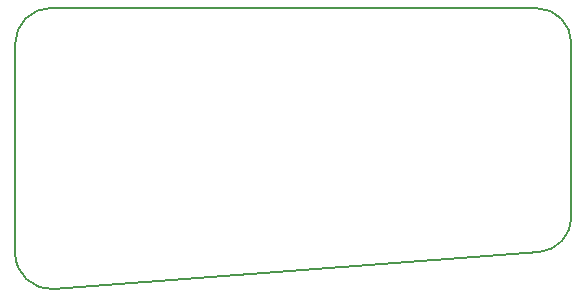
<source format=gm1>
G04 #@! TF.GenerationSoftware,KiCad,Pcbnew,(5.1.6)-1*
G04 #@! TF.CreationDate,2020-07-25T12:59:16+03:00*
G04 #@! TF.ProjectId,ergo33_led_board,6572676f-3333-45f6-9c65-645f626f6172,rev?*
G04 #@! TF.SameCoordinates,Original*
G04 #@! TF.FileFunction,Profile,NP*
%FSLAX46Y46*%
G04 Gerber Fmt 4.6, Leading zero omitted, Abs format (unit mm)*
G04 Created by KiCad (PCBNEW (5.1.6)-1) date 2020-07-25 12:59:16*
%MOMM*%
%LPD*%
G01*
G04 APERTURE LIST*
G04 #@! TA.AperFunction,Profile*
%ADD10C,0.200000*%
G04 #@! TD*
G04 APERTURE END LIST*
D10*
X166810001Y-105469675D02*
G75*
G02*
X164034936Y-108461231I-3000001J0D01*
G01*
X166810000Y-90794039D02*
X166809999Y-105469675D01*
X163809998Y-87794039D02*
G75*
G02*
X166810000Y-90794039I1J-3000001D01*
G01*
X122709999Y-87794039D02*
X163810000Y-87794039D01*
X119710000Y-90794039D02*
X119710000Y-108560000D01*
X119709999Y-90794039D02*
G75*
G02*
X122709999Y-87794039I3000000J0D01*
G01*
X122934936Y-111551555D02*
X164034936Y-108461231D01*
X122934936Y-111551555D02*
G75*
G02*
X119710000Y-108560000I-224936J2991555D01*
G01*
M02*

</source>
